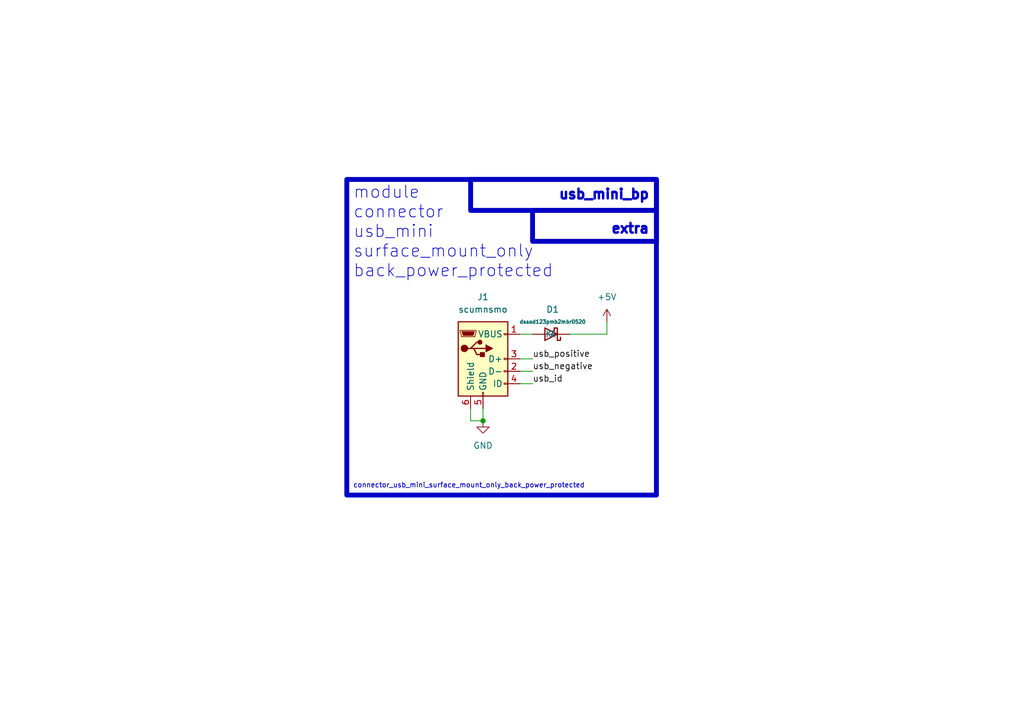
<source format=kicad_sch>
(kicad_sch (version 20230121) (generator eeschema)
  (paper "A5")
  (lib_symbols
    (symbol "oomlout_oomp_part_symbols:dssod123pmb2mbr0520_electronic_diode_schottky_sod_123_package_marking_b2_mbr0520" (pin_numbers hide) (pin_names (offset 1.016))
      (property "Reference" "D" (at 0 2.54 0))
      (property "Value" "dssod123pmb2mbr0520_electronic_diode_schottky_sod_123_package_marking_b2_mbr0520" (at 0 -2.54 0))
      (symbol "dssod123pmb2mbr0520_electronic_diode_schottky_sod_123_package_marking_b2_mbr0520_0_1"
        (polyline (pts (xy 1.27 0) (xy -1.27 0)))
        (polyline (pts (xy 1.27 1.27) (xy 1.27 -1.27) (xy -1.27 0) (xy 1.27 1.27)) (stroke (width 0.254)))
        (polyline (pts (xy -1.905 0.635) (xy -1.905 1.27) (xy -1.27 1.27) (xy -1.27 -1.27) (xy -0.635 -1.27) (xy -0.635 -0.635)) (stroke (width 0.254)))
      )
      (symbol "dssod123pmb2mbr0520_electronic_diode_schottky_sod_123_package_marking_b2_mbr0520_1_1"
        (pin passive line (at -3.81 0 0) (length 2.54) (name "K") (number "1"))
        (pin passive line (at 3.81 0 180) (length 2.54) (name "A") (number "2"))
      )
    )
    (symbol "oomlout_oomp_part_symbols:scumnsmo_electronic_socket_usb_mini_surface_mount_only" (pin_names (offset 1.016))
      (property "Reference" "J" (at -5.08 11.43 0))
      (property "Value" "scumnsmo_electronic_socket_usb_mini_surface_mount_only" (at -5.08 8.89 0))
      (symbol "scumnsmo_electronic_socket_usb_mini_surface_mount_only_0_1"
        (rectangle (start -5.08 -7.62) (end 5.08 7.62) (stroke (width 0.254)) (fill (type background)))
        (circle (center -3.81 2.159) (radius 0.635) (stroke (width 0.254)) (fill (type outline)))
        (circle (center -0.635 3.429) (radius 0.381) (stroke (width 0.254)) (fill (type outline)))
        (rectangle (start -0.127 -7.62) (end 0.127 -6.858))
        (polyline (pts (xy -1.905 2.159) (xy 0.635 2.159)) (stroke (width 0.254)))
        (polyline (pts (xy -3.175 2.159) (xy -2.54 2.159) (xy -1.27 3.429) (xy -0.635 3.429)) (stroke (width 0.254)))
        (polyline (pts (xy -2.54 2.159) (xy -1.905 2.159) (xy -1.27 0.889) (xy 0 0.889)) (stroke (width 0.254)))
        (polyline (pts (xy 0.635 2.794) (xy 0.635 1.524) (xy 1.905 2.159) (xy 0.635 2.794)) (stroke (width 0.254)) (fill (type outline)))
        (polyline (pts (xy -4.318 5.588) (xy -1.778 5.588) (xy -2.032 4.826) (xy -4.064 4.826) (xy -4.318 5.588)) (fill (type outline)))
        (polyline (pts (xy -4.699 5.842) (xy -4.699 5.588) (xy -4.445 4.826) (xy -4.445 4.572) (xy -1.651 4.572) (xy -1.651 4.826) (xy -1.397 5.588) (xy -1.397 5.842) (xy -4.699 5.842)))
        (rectangle (start 0.254 1.27) (end -0.508 0.508) (stroke (width 0.254)) (fill (type outline)))
        (rectangle (start 5.08 -5.207) (end 4.318 -4.953))
        (rectangle (start 5.08 -2.667) (end 4.318 -2.413))
        (rectangle (start 5.08 -0.127) (end 4.318 0.127))
        (rectangle (start 5.08 4.953) (end 4.318 5.207))
      )
      (symbol "scumnsmo_electronic_socket_usb_mini_surface_mount_only_1_1"
        (pin power_out line (at 7.62 5.08 180) (length 2.54) (name "VBUS") (number "1"))
        (pin bidirectional line (at 7.62 -2.54 180) (length 2.54) (name "D-") (number "2"))
        (pin bidirectional line (at 7.62 0 180) (length 2.54) (name "D+") (number "3"))
        (pin passive line (at 7.62 -5.08 180) (length 2.54) (name "ID") (number "4"))
        (pin power_out line (at 0 -10.16 90) (length 2.54) (name "GND") (number "5"))
        (pin passive line (at -2.54 -10.16 90) (length 2.54) (name "Shield") (number "6"))
      )
    )
    (symbol "power:+5V" (power) (pin_names (offset 0))
      (property "Value" "+5V" (at 0 3.556 0))
      (symbol "+5V_0_1"
        (polyline (pts (xy -0.762 1.27) (xy 0 2.54)))
        (polyline (pts (xy 0 0) (xy 0 2.54)))
        (polyline (pts (xy 0 2.54) (xy 0.762 1.27)))
      )
      (symbol "+5V_1_1"
        (pin power_in line (at 0 0 90) (length 0) hide (name "+5V") (number "1"))
      )
    )
    (symbol "power:GND" (power) (pin_names (offset 0))
      (property "Value" "GND" (at 0 -3.81 0))
      (symbol "GND_0_1"
        (polyline (pts (xy 0 0) (xy 0 -1.27) (xy 1.27 -1.27) (xy 0 -2.54) (xy -1.27 -1.27) (xy 0 -1.27)))
      )
      (symbol "GND_1_1"
        (pin power_in line (at 0 0 270) (length 0) hide (name "GND") (number "1"))
      )
    )
  )
  (junction (at 99.06 86.36))
  (wire (pts (xy 99.06 83.82) (xy 99.06 86.36)))
  (wire (pts (xy 106.68 68.58) (xy 109.22 68.58)))
  (wire (pts (xy 106.68 78.74) (xy 109.22 78.74)))
  (wire (pts (xy 106.68 76.2) (xy 109.22 76.2)))
  (wire (pts (xy 124.46 66.04) (xy 124.46 68.58)))
  (wire (pts (xy 124.46 68.58) (xy 116.84 68.58)))
  (wire (pts (xy 96.52 86.36) (xy 99.06 86.36)))
  (wire (pts (xy 96.52 83.82) (xy 96.52 86.36)))
  (wire (pts (xy 106.68 73.66) (xy 109.22 73.66)))
  (rectangle (start 96.52 36.83) (end 134.62 43.18) (stroke (width 1)))
  (rectangle (start 71.12 36.83) (end 134.62 101.6) (stroke (width 1)))
  (rectangle (start 109.22 43.18) (end 134.62 49.53) (stroke (width 1)))
  (text "usb_mini_bp\n\n" (at 133.35 44.45 0) (effects (font (size 2 2) (thickness 0.8) bold) (justify right bottom)))
  (text "connector_usb_mini_surface_mount_only_back_power_protected" (at 72.39 100.33 0) (effects (font (size 1 1)) (justify left bottom)))
  (text "module\nconnector\nusb_mini\nsurface_mount_only\nback_power_protected\n" (at 72.39 57.15 0) (effects (font (size 2.5 2.5)) (justify left bottom)))
  (text "extra" (at 133.35 48.26 0) (effects (font (size 2 2) (thickness 0.8) bold) (justify right bottom)))
  (label "usb_positive" (at 109.22 73.66 0))
  (label "usb_negative" (at 109.22 76.2 0))
  (label "usb_id" (at 109.22 78.74 0))
  (symbol (lib_id "oomlout_oomp_part_symbols:dssod123pmb2mbr0520_electronic_diode_schottky_sod_123_package_marking_b2_mbr0520") (at 113.03 68.58 180) (unit 1)
    (property "Reference" "D1" (at 113.3475 63.5 0))
    (property "Value" "dssod123pmb2mbr0520" (at 113.3475 66.04 0) (effects (font (size 0.75 0.75))))
    (property "Footprint" "oomlout_oomp_part_footprints:dssod123pmb2mbr0520_electronic_diode_schottky_sod_123_package_marking_b2_mbr0520" (effects hide))
    (property "Datasheet" "https://github.com/oomlout/oomlout_oomp_v3/parts/electronic_diode_schottky_sod_123_package_marking_b2_mbr0520/datasheet.pdf" (effects hide))
  )
  (symbol (lib_id "power:+5V") (at 124.46 66.04 0) (unit 1)
    (property "Reference" "#PWR02" (effects hide))
    (property "Value" "+5V" (at 124.46 60.96 0))
  )
  (symbol (lib_id "oomlout_oomp_part_symbols:scumnsmo_electronic_socket_usb_mini_surface_mount_only") (at 99.06 73.66 0) (unit 1)
    (property "Reference" "J1" (at 99.06 60.96 0))
    (property "Value" "scumnsmo" (at 99.06 63.5 0))
    (property "Footprint" "oomlout_oomp_part_footprints:scumnsmo_electronic_socket_usb_mini_surface_mount_only" (effects hide))
    (property "Datasheet" "https://github.com/oomlout/oomlout_oomp_v3/parts/electronic_socket_usb_mini_surface_mount_only/datasheet.pdf" (effects hide))
  )
  (symbol (lib_id "power:GND") (at 99.06 86.36 0) (unit 1)
    (property "Reference" "#PWR01" (effects hide))
    (property "Value" "GND" (at 99.06 91.44 0))
  )
)
</source>
